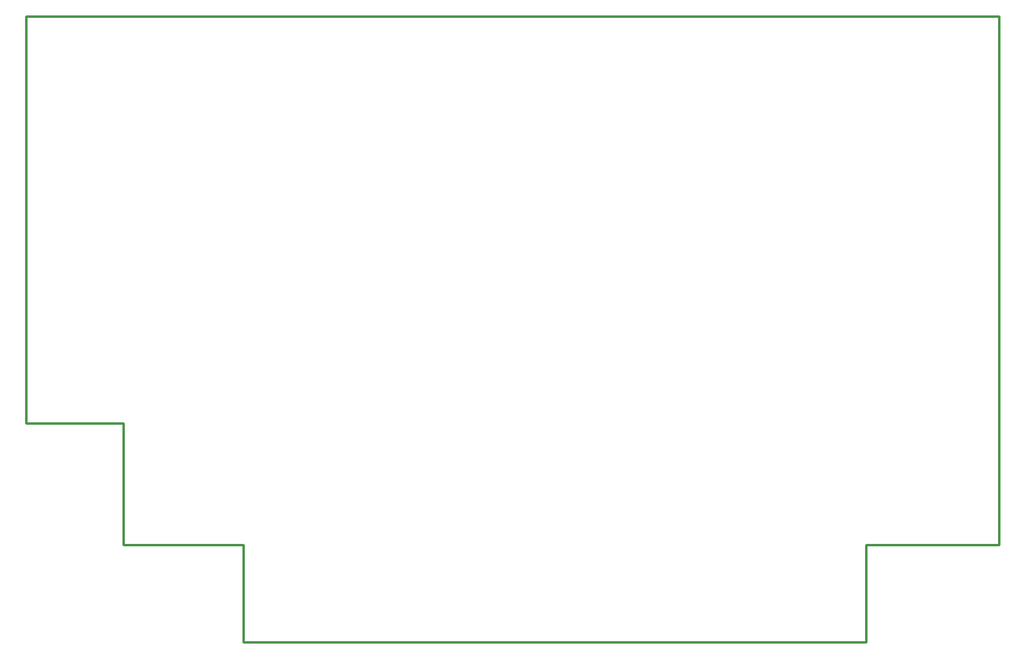
<source format=gm1>
G04 #@! TF.GenerationSoftware,KiCad,Pcbnew,(6.0.9)*
G04 #@! TF.CreationDate,2023-07-19T22:39:00+02:00*
G04 #@! TF.ProjectId,Cartucho_MSX_Tang_Nano_20k_V9958,43617274-7563-4686-9f5f-4d53585f5461,rev?*
G04 #@! TF.SameCoordinates,Original*
G04 #@! TF.FileFunction,Profile,NP*
%FSLAX46Y46*%
G04 Gerber Fmt 4.6, Leading zero omitted, Abs format (unit mm)*
G04 Created by KiCad (PCBNEW (6.0.9)) date 2023-07-19 22:39:00*
%MOMM*%
%LPD*%
G01*
G04 APERTURE LIST*
G04 #@! TA.AperFunction,Profile*
%ADD10C,0.254000*%
G04 #@! TD*
G04 APERTURE END LIST*
D10*
X56515000Y-120650000D02*
X56515000Y-78165000D01*
X66675000Y-120650000D02*
X56515000Y-120650000D01*
X66675000Y-133350000D02*
X66675000Y-120650000D01*
X79248000Y-133350000D02*
X66675000Y-133350000D01*
X158115000Y-78165000D02*
X158115000Y-133350000D01*
X79248000Y-143510000D02*
X79248000Y-133350000D01*
X144272000Y-133350000D02*
X144272000Y-143510000D01*
X56520000Y-78165000D02*
X158110000Y-78165000D01*
X144272000Y-143510000D02*
X79248000Y-143510000D01*
X158115000Y-133350000D02*
X144272000Y-133350000D01*
M02*

</source>
